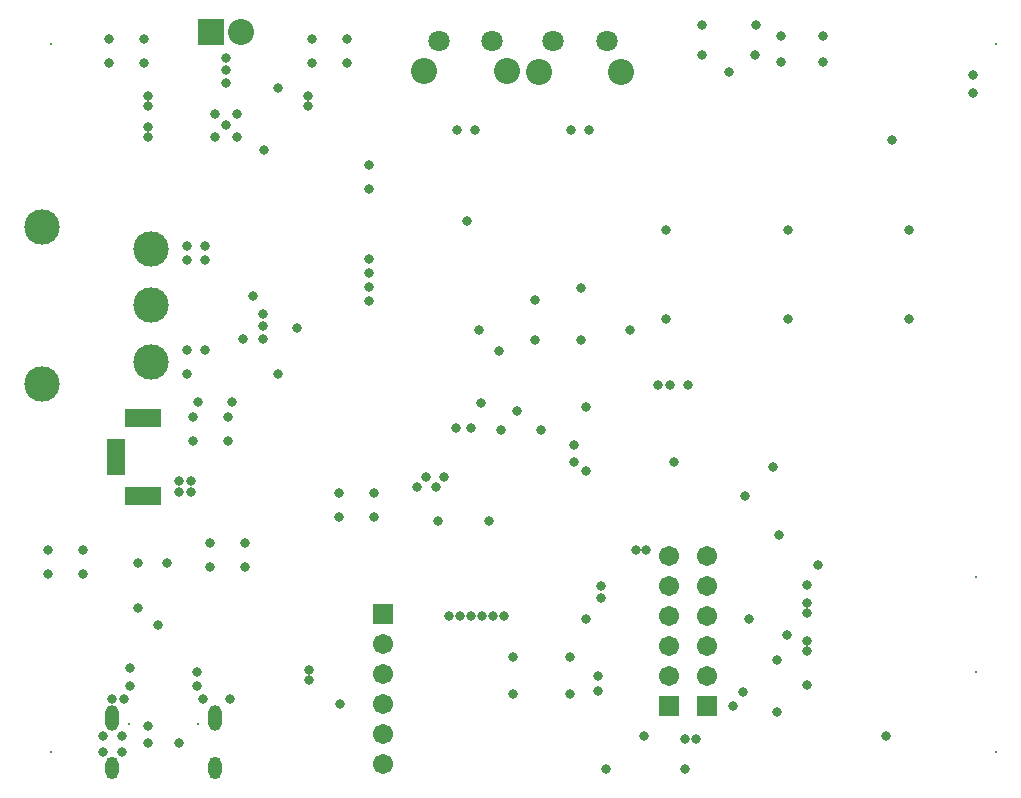
<source format=gbs>
G04*
G04 #@! TF.GenerationSoftware,Altium Limited,Altium Designer,23.6.0 (18)*
G04*
G04 Layer_Color=16711935*
%FSLAX25Y25*%
%MOIN*%
G70*
G04*
G04 #@! TF.SameCoordinates,B1711246-A666-457E-9349-3D56B44E1F9A*
G04*
G04*
G04 #@! TF.FilePolarity,Negative*
G04*
G01*
G75*
%ADD122C,0.06706*%
%ADD123R,0.06706X0.06706*%
%ADD124O,0.04343X0.07493*%
%ADD125O,0.04343X0.08674*%
%ADD126C,0.00800*%
%ADD127C,0.08674*%
%ADD128C,0.07099*%
%ADD129R,0.08674X0.08674*%
%ADD130R,0.06299X0.12205*%
%ADD131R,0.12205X0.06299*%
%ADD132C,0.00394*%
%ADD133C,0.11824*%
%ADD134R,0.00800X0.00800*%
%ADD135C,0.03162*%
D122*
X228600Y75300D02*
D03*
Y65300D02*
D03*
Y55300D02*
D03*
Y45300D02*
D03*
Y35300D02*
D03*
X215900Y75300D02*
D03*
Y65300D02*
D03*
Y55300D02*
D03*
Y45300D02*
D03*
Y35300D02*
D03*
X120700Y45821D02*
D03*
Y35820D02*
D03*
Y25820D02*
D03*
Y15821D02*
D03*
Y5821D02*
D03*
D123*
X228600Y25300D02*
D03*
X215900D02*
D03*
X120700Y55821D02*
D03*
D124*
X30352Y4650D02*
D03*
X64407D02*
D03*
D125*
X30352Y21106D02*
D03*
X64407D02*
D03*
D126*
X58758Y19138D02*
D03*
X36002D02*
D03*
X318300Y68221D02*
D03*
Y36724D02*
D03*
D127*
X134324Y236749D02*
D03*
X161883D02*
D03*
X172432Y236729D02*
D03*
X199991D02*
D03*
X73262Y249932D02*
D03*
D128*
X156962Y246788D02*
D03*
X139245D02*
D03*
X195070Y246769D02*
D03*
X177353D02*
D03*
D129*
X63262Y249932D02*
D03*
D130*
X31648Y108121D02*
D03*
D131*
X40703Y121113D02*
D03*
Y95128D02*
D03*
D132*
X15900Y108121D02*
D03*
D133*
X43110Y177718D02*
D03*
Y158820D02*
D03*
Y139923D02*
D03*
X6890Y132639D02*
D03*
Y185002D02*
D03*
D134*
X324803Y9843D02*
D03*
X324803Y246063D02*
D03*
X9843Y246063D02*
D03*
Y9843D02*
D03*
D135*
X192084Y30321D02*
D03*
X193189Y61321D02*
D03*
X192084Y35320D02*
D03*
X242600Y54131D02*
D03*
X240371Y29964D02*
D03*
X252700Y82200D02*
D03*
X204883Y77230D02*
D03*
X208245D02*
D03*
X95800Y37100D02*
D03*
Y33738D02*
D03*
X241300Y95300D02*
D03*
X217675Y106725D02*
D03*
X250500Y104756D02*
D03*
X253100Y239866D02*
D03*
Y248527D02*
D03*
X226963Y242071D02*
D03*
Y252171D02*
D03*
X235882Y236700D02*
D03*
X244401Y242071D02*
D03*
X244840Y252383D02*
D03*
X222300Y132172D02*
D03*
X182800Y29141D02*
D03*
X251900Y40465D02*
D03*
X27104Y15100D02*
D03*
Y10000D02*
D03*
X215000Y154400D02*
D03*
X255500D02*
D03*
X296000D02*
D03*
Y183900D02*
D03*
X255500D02*
D03*
X215000D02*
D03*
X106361Y25820D02*
D03*
X165186Y123658D02*
D03*
X153639Y55319D02*
D03*
X142600Y55300D02*
D03*
X184100Y112200D02*
D03*
X173354Y117162D02*
D03*
X138961Y87020D02*
D03*
X117600Y88153D02*
D03*
X171186Y147280D02*
D03*
X186419D02*
D03*
X152600Y150600D02*
D03*
X221100Y14245D02*
D03*
X224907Y14220D02*
D03*
X317100Y235535D02*
D03*
X148631Y186900D02*
D03*
X115800Y160300D02*
D03*
Y165000D02*
D03*
Y169700D02*
D03*
Y174400D02*
D03*
X186419Y164406D02*
D03*
X74000Y147600D02*
D03*
X80600D02*
D03*
X115800Y205632D02*
D03*
X290285Y213882D02*
D03*
X267200Y239866D02*
D03*
Y248527D02*
D03*
X45472Y52200D02*
D03*
X58600Y36502D02*
D03*
X36159Y37760D02*
D03*
X163972Y41500D02*
D03*
Y29141D02*
D03*
X182800Y41500D02*
D03*
X194800Y4321D02*
D03*
X221100D02*
D03*
X288300Y15350D02*
D03*
X171186Y160469D02*
D03*
X184100Y106693D02*
D03*
X188200Y125036D02*
D03*
X159162Y143600D02*
D03*
X95400Y228700D02*
D03*
Y225157D02*
D03*
X42300D02*
D03*
Y228700D02*
D03*
X48501Y72766D02*
D03*
X42364Y18494D02*
D03*
X85400Y231400D02*
D03*
X80857Y210418D02*
D03*
X42300Y214843D02*
D03*
Y218387D02*
D03*
X68262Y241400D02*
D03*
Y237218D02*
D03*
Y233036D02*
D03*
X64500Y215061D02*
D03*
X72024D02*
D03*
Y222500D02*
D03*
X64500D02*
D03*
X68262Y218780D02*
D03*
X317100Y229535D02*
D03*
X188200Y103693D02*
D03*
X188189Y54321D02*
D03*
X216200Y132172D02*
D03*
X212326D02*
D03*
X138038Y98178D02*
D03*
X155919Y87020D02*
D03*
X134809Y101402D02*
D03*
X131809Y98178D02*
D03*
X140821Y101402D02*
D03*
X146300Y55300D02*
D03*
X151104Y217120D02*
D03*
X189212Y217100D02*
D03*
X115800Y197732D02*
D03*
X144961Y117845D02*
D03*
X149961D02*
D03*
X52659Y12800D02*
D03*
X42364D02*
D03*
X36159Y31769D02*
D03*
X193189Y65320D02*
D03*
X160939Y55300D02*
D03*
X157239D02*
D03*
X150000D02*
D03*
X183212Y217100D02*
D03*
X145104Y217120D02*
D03*
X29300Y239466D02*
D03*
Y247566D02*
D03*
X40900Y239466D02*
D03*
Y247566D02*
D03*
X96800Y239466D02*
D03*
Y247566D02*
D03*
X108400Y239466D02*
D03*
Y247566D02*
D03*
X38900Y57766D02*
D03*
Y72766D02*
D03*
X57300Y121520D02*
D03*
Y113420D02*
D03*
X68900Y121520D02*
D03*
Y113420D02*
D03*
X117600Y96253D02*
D03*
X106000D02*
D03*
Y88153D02*
D03*
X62800Y79650D02*
D03*
Y71550D02*
D03*
X74400Y79650D02*
D03*
Y71550D02*
D03*
X20500Y77400D02*
D03*
Y69300D02*
D03*
X8900D02*
D03*
Y77400D02*
D03*
X261738Y46903D02*
D03*
X261714Y43417D02*
D03*
X202938Y150600D02*
D03*
X159987Y117162D02*
D03*
X153070Y126367D02*
D03*
X207700Y15321D02*
D03*
X69407Y27477D02*
D03*
X60459D02*
D03*
X30352D02*
D03*
X58600Y31769D02*
D03*
X33600Y10000D02*
D03*
Y15100D02*
D03*
X34300Y27477D02*
D03*
X251900Y23400D02*
D03*
X261714Y56094D02*
D03*
X237092Y25321D02*
D03*
X265528Y72200D02*
D03*
X261714Y32300D02*
D03*
X255300Y49000D02*
D03*
X261714Y59556D02*
D03*
Y65465D02*
D03*
X85436Y136000D02*
D03*
X77100Y161800D02*
D03*
X58900Y126700D02*
D03*
X70240D02*
D03*
X55250Y136021D02*
D03*
X91977Y151158D02*
D03*
X55250Y143820D02*
D03*
X61300D02*
D03*
X55250Y178718D02*
D03*
X61300D02*
D03*
X80600Y151741D02*
D03*
Y155883D02*
D03*
X61300Y173821D02*
D03*
X55250D02*
D03*
X52500Y96700D02*
D03*
X56600D02*
D03*
X52500Y100200D02*
D03*
X56600D02*
D03*
M02*

</source>
